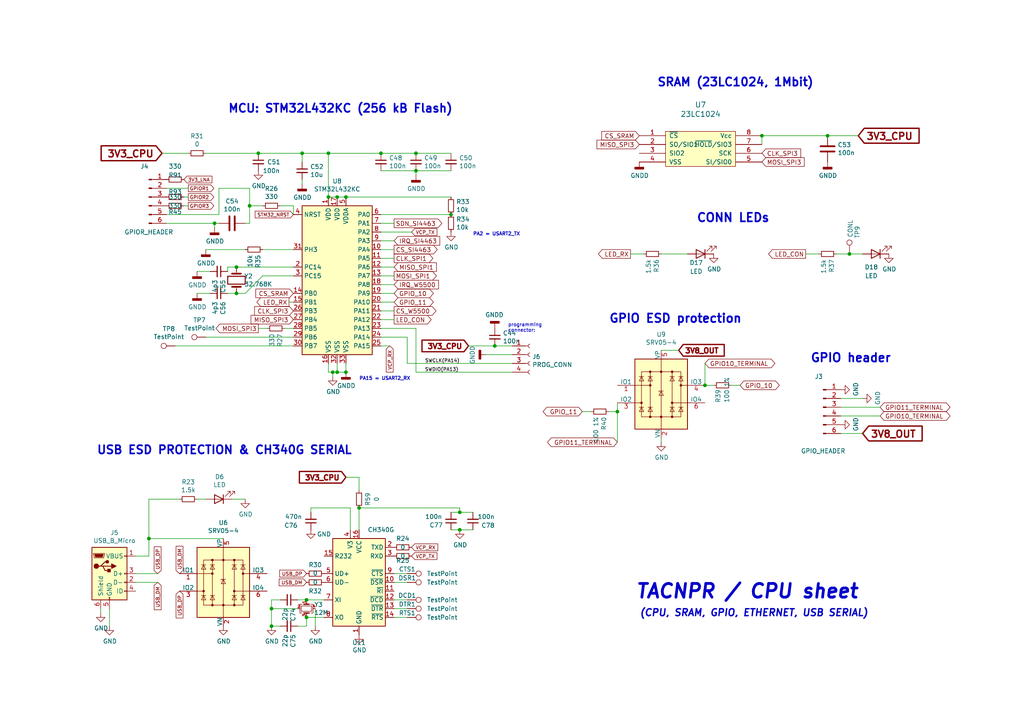
<source format=kicad_sch>
(kicad_sch (version 20231120) (generator "eeschema") (generator_version "8.0")
  (paper "A4")
  (title_block (title "TACNPR (CPU sheet)") (rev "D"))
  (lib_symbols
    (symbol "Connector:Conn_01x04_Female" (pin_names (offset 1.016) hide)
      (property "Reference" "J" (at 0 5.08 0))
      (property "Value" "Conn_01x04_Female" (at 0 -7.62 0))
      (symbol "Conn_01x04_Female_1_1"
        (pin passive line (at -5.08 2.54 0) (length 3.81) (name "Pin_1") (number "1"))
        (pin passive line (at -5.08 0 0) (length 3.81) (name "Pin_2") (number "2"))
        (pin passive line (at -5.08 -2.54 0) (length 3.81) (name "Pin_3") (number "3"))
        (pin passive line (at -5.08 -5.08 0) (length 3.81) (name "Pin_4") (number "4"))
      )
    )
    (symbol "Connector:Conn_01x06_Male" (pin_names (offset 1.016) hide)
      (property "Reference" "J" (at 0 7.62 0))
      (property "Value" "Conn_01x06_Male" (at 0 -10.16 0))
      (symbol "Conn_01x06_Male_1_1"
        (pin passive line (at 5.08 5.08 180) (length 3.81) (name "Pin_1") (number "1"))
        (pin passive line (at 5.08 2.54 180) (length 3.81) (name "Pin_2") (number "2"))
        (pin passive line (at 5.08 0 180) (length 3.81) (name "Pin_3") (number "3"))
        (pin passive line (at 5.08 -2.54 180) (length 3.81) (name "Pin_4") (number "4"))
        (pin passive line (at 5.08 -5.08 180) (length 3.81) (name "Pin_5") (number "5"))
        (pin passive line (at 5.08 -7.62 180) (length 3.81) (name "Pin_6") (number "6"))
      )
    )
    (symbol "Connector:TestPoint" (pin_numbers hide) (pin_names (offset 0.762) hide)
      (property "Reference" "TP" (at 0 6.858 0))
      (property "Value" "TestPoint" (at 0 5.08 0))
      (symbol "TestPoint_1_1"
        (pin passive line (at 0 0 90) (length 2.54) (name "1") (number "1"))
      )
    )
    (symbol "Connector:USB_B_Micro" (pin_names (offset 1.016))
      (property "Reference" "J" (at -5.08 11.43 0))
      (property "Value" "USB_B_Micro" (at -5.08 8.89 0))
      (symbol "USB_B_Micro_1_1"
        (pin power_out line (at 7.62 5.08 180) (length 2.54) (name "VBUS") (number "1"))
        (pin bidirectional line (at 7.62 -2.54 180) (length 2.54) (name "D-") (number "2"))
        (pin bidirectional line (at 7.62 0 180) (length 2.54) (name "D+") (number "3"))
        (pin passive line (at 7.62 -5.08 180) (length 2.54) (name "ID") (number "4"))
        (pin power_out line (at 0 -10.16 90) (length 2.54) (name "GND") (number "5"))
        (pin passive line (at -2.54 -10.16 90) (length 2.54) (name "Shield") (number "6"))
      )
    )
    (symbol "Device:C" (pin_numbers hide) (pin_names (offset 0.254))
      (property "Reference" "C" (at 0.635 2.54 0))
      (property "Value" "C" (at 0.635 -2.54 0))
      (symbol "C_1_1"
        (pin passive line (at 0 3.81 270) (length 2.794) (name "~") (number "1"))
        (pin passive line (at 0 -3.81 90) (length 2.794) (name "~") (number "2"))
      )
    )
    (symbol "Device:C_Small" (pin_numbers hide) (pin_names (offset 0.254) hide)
      (property "Reference" "C" (at 0.254 1.778 0))
      (property "Value" "C_Small" (at 0.254 -2.032 0))
      (symbol "C_Small_1_1"
        (pin passive line (at 0 2.54 270) (length 2.032) (name "~") (number "1"))
        (pin passive line (at 0 -2.54 90) (length 2.032) (name "~") (number "2"))
      )
    )
    (symbol "Device:Crystal" (pin_numbers hide) (pin_names (offset 1.016) hide)
      (property "Reference" "Y" (at 0 3.81 0))
      (property "Value" "Crystal" (at 0 -3.81 0))
      (symbol "Crystal_1_1"
        (pin passive line (at -3.81 0 0) (length 1.27) (name "1") (number "1"))
        (pin passive line (at 3.81 0 180) (length 1.27) (name "2") (number "2"))
      )
    )
    (symbol "Device:Crystal_GND24_Small" (pin_names (offset 1.016) hide)
      (property "Reference" "Y" (at 1.27 4.445 0))
      (property "Value" "Crystal_GND24_Small" (at 1.27 2.54 0))
      (symbol "Crystal_GND24_Small_1_1"
        (pin passive line (at -2.54 0 0) (length 1.27) (name "1") (number "1"))
        (pin passive line (at 0 -2.54 90) (length 0.635) (name "2") (number "2"))
        (pin passive line (at 2.54 0 180) (length 1.27) (name "3") (number "3"))
        (pin passive line (at 0 2.54 270) (length 0.635) (name "4") (number "4"))
      )
    )
    (symbol "Device:LED" (pin_numbers hide) (pin_names (offset 1.016) hide)
      (property "Reference" "D" (at 0 2.54 0))
      (property "Value" "LED" (at 0 -2.54 0))
      (symbol "LED_1_1"
        (pin passive line (at -3.81 0 0) (length 2.54) (name "K") (number "1"))
        (pin passive line (at 3.81 0 180) (length 2.54) (name "A") (number "2"))
      )
    )
    (symbol "Device:R_Small" (pin_numbers hide) (pin_names (offset 0.254) hide)
      (property "Reference" "R" (at 0.762 0.508 0))
      (property "Value" "R_Small" (at 0.762 -1.016 0))
      (symbol "R_Small_1_1"
        (pin passive line (at 0 2.54 270) (length 0.762) (name "~") (number "1"))
        (pin passive line (at 0 -2.54 90) (length 0.762) (name "~") (number "2"))
      )
    )
    (symbol "Interface_USB:CH340G"
      (property "Reference" "U" (at -5.08 13.97 0))
      (property "Value" "CH340G" (at 1.27 13.97 0))
      (symbol "CH340G_1_1"
        (pin power_in line (at 0 -15.24 90) (length 2.54) (name "GND") (number "1"))
        (pin input line (at 10.16 0 180) (length 2.54) (name "~{DSR}") (number "10"))
        (pin input line (at 10.16 -2.54 180) (length 2.54) (name "~{RI}") (number "11"))
        (pin input line (at 10.16 -5.08 180) (length 2.54) (name "~{DCD}") (number "12"))
        (pin output line (at 10.16 -7.62 180) (length 2.54) (name "~{DTR}") (number "13"))
        (pin output line (at 10.16 -10.16 180) (length 2.54) (name "~{RTS}") (number "14"))
        (pin input line (at -10.16 7.62 0) (length 2.54) (name "R232") (number "15"))
        (pin power_in line (at 0 15.24 270) (length 2.54) (name "VCC") (number "16"))
        (pin output line (at 10.16 10.16 180) (length 2.54) (name "TXD") (number "2"))
        (pin input line (at 10.16 7.62 180) (length 2.54) (name "RXD") (number "3"))
        (pin passive line (at -2.54 15.24 270) (length 2.54) (name "V3") (number "4"))
        (pin bidirectional line (at -10.16 2.54 0) (length 2.54) (name "UD+") (number "5"))
        (pin bidirectional line (at -10.16 0 0) (length 2.54) (name "UD-") (number "6"))
        (pin input line (at -10.16 -5.08 0) (length 2.54) (name "XI") (number "7"))
        (pin output line (at -10.16 -10.16 0) (length 2.54) (name "XO") (number "8"))
        (pin input line (at 10.16 2.54 180) (length 2.54) (name "~{CTS}") (number "9"))
      )
    )
    (symbol "MCU_ST_STM32L4:STM32L432KBUx"
      (property "Reference" "U" (at -10.16 21.59 0))
      (property "Value" "STM32L432KBUx" (at 5.08 21.59 0))
      (symbol "STM32L432KBUx_1_1"
        (pin power_in line (at -2.54 22.86 270) (length 2.54) (name "VDD") (number "1"))
        (pin bidirectional line (at 12.7 7.62 180) (length 2.54) (name "PA4") (number "10"))
        (pin bidirectional line (at 12.7 5.08 180) (length 2.54) (name "PA5") (number "11"))
        (pin bidirectional line (at 12.7 2.54 180) (length 2.54) (name "PA6") (number "12"))
        (pin bidirectional line (at 12.7 0 180) (length 2.54) (name "PA7") (number "13"))
        (pin bidirectional line (at -12.7 -5.08 0) (length 2.54) (name "PB0") (number "14"))
        (pin bidirectional line (at -12.7 -7.62 0) (length 2.54) (name "PB1") (number "15"))
        (pin power_in line (at -2.54 -25.4 90) (length 2.54) (name "VSS") (number "16"))
        (pin power_in line (at 0 22.86 270) (length 2.54) (name "VDD") (number "17"))
        (pin bidirectional line (at 12.7 -2.54 180) (length 2.54) (name "PA8") (number "18"))
        (pin bidirectional line (at 12.7 -5.08 180) (length 2.54) (name "PA9") (number "19"))
        (pin bidirectional line (at -12.7 2.54 0) (length 2.54) (name "PC14") (number "2"))
        (pin bidirectional line (at 12.7 -7.62 180) (length 2.54) (name "PA10") (number "20"))
        (pin bidirectional line (at 12.7 -10.16 180) (length 2.54) (name "PA11") (number "21"))
        (pin bidirectional line (at 12.7 -12.7 180) (length 2.54) (name "PA12") (number "22"))
        (pin bidirectional line (at 12.7 -15.24 180) (length 2.54) (name "PA13") (number "23"))
        (pin bidirectional line (at 12.7 -17.78 180) (length 2.54) (name "PA14") (number "24"))
        (pin bidirectional line (at 12.7 -20.32 180) (length 2.54) (name "PA15") (number "25"))
        (pin bidirectional line (at -12.7 -10.16 0) (length 2.54) (name "PB3") (number "26"))
        (pin bidirectional line (at -12.7 -12.7 0) (length 2.54) (name "PB4") (number "27"))
        (pin bidirectional line (at -12.7 -15.24 0) (length 2.54) (name "PB5") (number "28"))
        (pin bidirectional line (at -12.7 -17.78 0) (length 2.54) (name "PB6") (number "29"))
        (pin bidirectional line (at -12.7 0 0) (length 2.54) (name "PC15") (number "3"))
        (pin bidirectional line (at -12.7 -20.32 0) (length 2.54) (name "PB7") (number "30"))
        (pin bidirectional line (at -12.7 7.62 0) (length 2.54) (name "PH3") (number "31"))
        (pin power_in line (at 0 -25.4 90) (length 2.54) (name "VSS") (number "32"))
        (pin power_in line (at 2.54 -25.4 90) (length 2.54) (name "VSS") (number "33"))
        (pin input line (at -12.7 17.78 0) (length 2.54) (name "NRST") (number "4"))
        (pin power_in line (at 2.54 22.86 270) (length 2.54) (name "VDDA") (number "5"))
        (pin bidirectional line (at 12.7 17.78 180) (length 2.54) (name "PA0") (number "6"))
        (pin bidirectional line (at 12.7 15.24 180) (length 2.54) (name "PA1") (number "7"))
        (pin bidirectional line (at 12.7 12.7 180) (length 2.54) (name "PA2") (number "8"))
        (pin bidirectional line (at 12.7 10.16 180) (length 2.54) (name "PA3") (number "9"))
      )
    )
    (symbol "Power_Protection:SRV05-4" (pin_names (offset 0))
      (property "Reference" "U" (at -5.08 11.43 0))
      (property "Value" "SRV05-4" (at 2.54 11.43 0))
      (symbol "SRV05-4_1_1"
        (pin passive line (at -12.7 2.54 0) (length 5.08) (name "IO1") (number "1"))
        (pin passive line (at 0 -12.7 90) (length 2.54) (name "VN") (number "2"))
        (pin passive line (at -12.7 -2.54 0) (length 5.08) (name "IO2") (number "3"))
        (pin passive line (at 12.7 2.54 180) (length 5.08) (name "IO3") (number "4"))
        (pin passive line (at 0 12.7 270) (length 2.54) (name "VP") (number "5"))
        (pin passive line (at 12.7 -2.54 180) (length 5.08) (name "IO4") (number "6"))
      )
    )
    (symbol "npr-parts:23LC1024" (pin_names (offset 1.016))
      (property "Reference" "U" (at 0 6.35 0))
      (property "Value" "23LC1024" (at 0 -6.35 0))
      (symbol "23LC1024_1_1"
        (pin input line (at -17.78 3.81 0) (length 7.62) (name "~{CS}") (number "1"))
        (pin input line (at -17.78 1.27 0) (length 7.62) (name "SO/SIO1") (number "2"))
        (pin input line (at -17.78 -1.27 0) (length 7.62) (name "SIO2") (number "3"))
        (pin input line (at -17.78 -3.81 0) (length 7.62) (name "VSS") (number "4"))
        (pin input line (at 17.78 -3.81 180) (length 7.62) (name "SI/SIO0") (number "5"))
        (pin input line (at 17.78 -1.27 180) (length 7.62) (name "SCK") (number "6"))
        (pin input line (at 17.78 1.27 180) (length 7.62) (name "~{HOLD}/SIO3") (number "7"))
        (pin input line (at 17.78 3.81 180) (length 7.62) (name "Vcc") (number "8"))
      )
    )
    (symbol "power:GND" (power) (pin_names (offset 0))
      (property "Value" "GND" (at 0 -3.81 0))
      (symbol "GND_1_1"
        (pin power_in line (at 0 0 270) (length 0) hide (name "GND") (number "1"))
      )
    )
    (symbol "power:GNDD" (power) (pin_names (offset 0))
      (property "Value" "GNDD" (at 0 -3.175 0))
      (symbol "GNDD_1_1"
        (pin power_in line (at 0 0 270) (length 0) hide (name "GNDD") (number "1"))
      )
    )
  )
  (junction (at 78.74 181.61))
  (junction (at 104.14 147.32))
  (junction (at 133.35 148.59))
  (junction (at 95.25 57.15))
  (junction (at 120.65 44.45))
  (junction (at 133.35 153.67))
  (junction (at 220.98 39.37))
  (junction (at 96.52 107.95))
  (junction (at 88.9 173.99))
  (junction (at 179.07 119.38))
  (junction (at 78.74 176.53))
  (junction (at 74.93 44.45))
  (junction (at 97.79 57.15))
  (junction (at 246.38 73.66))
  (junction (at 130.81 62.23))
  (junction (at 143.51 100.33))
  (junction (at 240.03 39.37))
  (junction (at 100.33 57.15))
  (junction (at 88.9 179.07))
  (junction (at 97.79 107.95))
  (junction (at 87.63 44.45))
  (junction (at 43.18 156.21))
  (junction (at 68.58 85.09))
  (junction (at 95.25 44.45))
  (junction (at 204.47 111.76))
  (junction (at 68.58 77.47))
  (junction (at 120.65 49.53))
  (junction (at 110.49 44.45))
  (junction (at 62.23 64.77))
  (junction (at 72.39 59.69))
  (junction (at 100.33 107.95))
  (wire (pts (xy 88.9 179.07) (xy 88.9 181.61)))
  (wire (pts (xy 39.37 168.91) (xy 45.72 168.91)))
  (wire (pts (xy 39.37 166.37) (xy 45.72 166.37)))
  (wire (pts (xy 114.3 166.37) (xy 118.11 166.37)))
  (wire (pts (xy 77.47 95.25) (xy 74.93 95.25)))
  (wire (pts (xy 110.49 62.23) (xy 130.81 62.23)))
  (wire (pts (xy 110.49 90.17) (xy 114.3 90.17)))
  (wire (pts (xy 104.14 147.32) (xy 104.14 153.67)))
  (wire (pts (xy 76.2 80.01) (xy 71.12 85.09)))
  (wire (pts (xy 95.25 107.95) (xy 96.52 107.95)))
  (wire (pts (xy 57.15 144.78) (xy 59.69 144.78)))
  (wire (pts (xy 91.44 176.53) (xy 91.44 181.61)))
  (wire (pts (xy 53.34 59.69) (xy 54.61 59.69)))
  (wire (pts (xy 43.18 156.21) (xy 43.18 161.29)))
  (wire (pts (xy 110.49 49.53) (xy 120.65 49.53)))
  (wire (pts (xy 72.39 59.69) (xy 76.2 59.69)))
  (wire (pts (xy 88.9 179.07) (xy 93.98 179.07)))
  (wire (pts (xy 130.81 44.45) (xy 120.65 44.45)))
  (wire (pts (xy 120.65 50.8) (xy 120.65 49.53)))
  (wire (pts (xy 97.79 57.15) (xy 100.33 57.15)))
  (wire (pts (xy 78.74 176.53) (xy 86.36 176.53)))
  (wire (pts (xy 64.77 156.21) (xy 43.18 156.21)))
  (wire (pts (xy 62.23 64.77) (xy 63.5 64.77)))
  (wire (pts (xy 66.04 85.09) (xy 68.58 85.09)))
  (wire (pts (xy 133.35 153.67) (xy 130.81 153.67)))
  (wire (pts (xy 82.55 95.25) (xy 85.09 95.25)))
  (wire (pts (xy 243.84 120.65) (xy 255.27 120.65)))
  (wire (pts (xy 120.65 95.25) (xy 120.65 107.95)))
  (wire (pts (xy 110.49 72.39) (xy 114.3 72.39)))
  (wire (pts (xy 87.63 46.99) (xy 87.63 44.45)))
  (wire (pts (xy 66.04 78.74) (xy 66.04 77.47)))
  (wire (pts (xy 29.21 176.53) (xy 29.21 177.8)))
  (wire (pts (xy 148.59 102.87) (xy 140.97 102.87)))
  (wire (pts (xy 240.03 39.37) (xy 220.98 39.37)))
  (wire (pts (xy 243.84 115.57) (xy 250.19 115.57)))
  (wire (pts (xy 59.69 97.79) (xy 85.09 97.79)))
  (wire (pts (xy 114.3 85.09) (xy 110.49 85.09)))
  (wire (pts (xy 62.23 66.04) (xy 62.23 64.77)))
  (wire (pts (xy 95.25 57.15) (xy 97.79 57.15)))
  (wire (pts (xy 120.65 49.53) (xy 130.81 49.53)))
  (wire (pts (xy 179.07 128.27) (xy 179.07 119.38)))
  (wire (pts (xy 48.26 64.77) (xy 62.23 64.77)))
  (wire (pts (xy 137.16 153.67) (xy 133.35 153.67)))
  (wire (pts (xy 63.5 54.61) (xy 72.39 54.61)))
  (wire (pts (xy 90.17 147.32) (xy 90.17 148.59)))
  (wire (pts (xy 78.74 173.99) (xy 78.74 176.53)))
  (wire (pts (xy 48.26 62.23) (xy 63.5 62.23)))
  (wire (pts (xy 110.49 97.79) (xy 118.11 97.79)))
  (wire (pts (xy 176.53 119.38) (xy 179.07 119.38)))
  (wire (pts (xy 43.18 144.78) (xy 43.18 156.21)))
  (wire (pts (xy 81.28 59.69) (xy 85.09 59.69)))
  (wire (pts (xy 110.49 74.93) (xy 114.3 74.93)))
  (wire (pts (xy 93.98 173.99) (xy 88.9 173.99)))
  (wire (pts (xy 97.79 107.95) (xy 100.33 107.95)))
  (wire (pts (xy 246.38 73.66) (xy 250.19 73.66)))
  (wire (pts (xy 204.47 111.76) (xy 204.47 105.41)))
  (wire (pts (xy 72.39 54.61) (xy 72.39 59.69)))
  (wire (pts (xy 95.25 44.45) (xy 95.25 57.15)))
  (wire (pts (xy 110.49 77.47) (xy 114.3 77.47)))
  (wire (pts (xy 95.25 107.95) (xy 95.25 105.41)))
  (wire (pts (xy 72.39 64.77) (xy 72.39 59.69)))
  (wire (pts (xy 100.33 138.43) (xy 104.14 138.43)))
  (wire (pts (xy 85.09 87.63) (xy 83.82 87.63)))
  (wire (pts (xy 248.92 39.37) (xy 240.03 39.37)))
  (wire (pts (xy 88.9 181.61) (xy 86.36 181.61)))
  (wire (pts (xy 118.11 176.53) (xy 114.3 176.53)))
  (wire (pts (xy 148.59 105.41) (xy 118.11 105.41)))
  (wire (pts (xy 101.6 147.32) (xy 90.17 147.32)))
  (wire (pts (xy 76.2 80.01) (xy 85.09 80.01)))
  (wire (pts (xy 168.91 119.38) (xy 171.45 119.38)))
  (wire (pts (xy 31.75 176.53) (xy 31.75 181.61)))
  (wire (pts (xy 85.09 59.69) (xy 85.09 62.23)))
  (wire (pts (xy 220.98 41.91) (xy 220.98 39.37)))
  (wire (pts (xy 118.11 173.99) (xy 114.3 173.99)))
  (wire (pts (xy 110.49 95.25) (xy 120.65 95.25)))
  (wire (pts (xy 46.99 44.45) (xy 54.61 44.45)))
  (wire (pts (xy 76.2 72.39) (xy 85.09 72.39)))
  (wire (pts (xy 66.04 77.47) (xy 68.58 77.47)))
  (wire (pts (xy 57.15 78.74) (xy 60.96 78.74)))
  (wire (pts (xy 137.16 148.59) (xy 133.35 148.59)))
  (wire (pts (xy 133.35 148.59) (xy 130.81 148.59)))
  (wire (pts (xy 242.57 73.66) (xy 246.38 73.66)))
  (wire (pts (xy 50.8 100.33) (xy 85.09 100.33)))
  (wire (pts (xy 133.35 148.59) (xy 133.35 147.32)))
  (wire (pts (xy 81.28 173.99) (xy 78.74 173.99)))
  (wire (pts (xy 148.59 107.95) (xy 120.65 107.95)))
  (wire (pts (xy 212.09 111.76) (xy 214.63 111.76)))
  (wire (pts (xy 100.33 107.95) (xy 100.33 105.41)))
  (wire (pts (xy 191.77 128.27) (xy 191.77 127)))
  (wire (pts (xy 59.69 72.39) (xy 71.12 72.39)))
  (wire (pts (xy 110.49 64.77) (xy 114.3 64.77)))
  (wire (pts (xy 120.65 44.45) (xy 110.49 44.45)))
  (wire (pts (xy 179.07 119.38) (xy 179.07 116.84)))
  (wire (pts (xy 143.51 100.33) (xy 135.89 100.33)))
  (wire (pts (xy 110.49 92.71) (xy 114.3 92.71)))
  (wire (pts (xy 43.18 144.78) (xy 52.07 144.78)))
  (wire (pts (xy 114.3 69.85) (xy 110.49 69.85)))
  (wire (pts (xy 148.59 100.33) (xy 143.51 100.33)))
  (wire (pts (xy 59.69 44.45) (xy 74.93 44.45)))
  (wire (pts (xy 96.52 107.95) (xy 96.52 109.22)))
  (wire (pts (xy 78.74 181.61) (xy 81.28 181.61)))
  (wire (pts (xy 88.9 173.99) (xy 86.36 173.99)))
  (wire (pts (xy 110.49 80.01) (xy 114.3 80.01)))
  (wire (pts (xy 237.49 73.66) (xy 233.68 73.66)))
  (wire (pts (xy 68.58 77.47) (xy 85.09 77.47)))
  (wire (pts (xy 182.88 73.66) (xy 186.69 73.66)))
  (wire (pts (xy 100.33 57.15) (xy 130.81 57.15)))
  (wire (pts (xy 114.3 179.07) (xy 118.11 179.07)))
  (wire (pts (xy 110.49 67.31) (xy 119.38 67.31)))
  (wire (pts (xy 87.63 44.45) (xy 95.25 44.45)))
  (wire (pts (xy 110.49 100.33) (xy 113.03 100.33)))
  (wire (pts (xy 74.93 44.45) (xy 87.63 44.45)))
  (wire (pts (xy 191.77 73.66) (xy 199.39 73.66)))
  (wire (pts (xy 67.31 144.78) (xy 71.12 144.78)))
  (wire (pts (xy 243.84 118.11) (xy 255.27 118.11)))
  (wire (pts (xy 114.3 168.91) (xy 118.11 168.91)))
  (wire (pts (xy 63.5 62.23) (xy 63.5 54.61)))
  (wire (pts (xy 101.6 153.67) (xy 101.6 147.32)))
  (wire (pts (xy 104.14 147.32) (xy 133.35 147.32)))
  (wire (pts (xy 110.49 87.63) (xy 114.3 87.63)))
  (wire (pts (xy 87.63 53.34) (xy 87.63 52.07)))
  (wire (pts (xy 96.52 107.95) (xy 97.79 107.95)))
  (wire (pts (xy 110.49 44.45) (xy 95.25 44.45)))
  (wire (pts (xy 68.58 85.09) (xy 71.12 85.09)))
  (wire (pts (xy 57.15 85.09) (xy 60.96 85.09)))
  (wire (pts (xy 191.77 101.6) (xy 196.85 101.6)))
  (wire (pts (xy 104.14 138.43) (xy 104.14 142.24)))
  (wire (pts (xy 53.34 57.15) (xy 54.61 57.15)))
  (wire (pts (xy 110.49 82.55) (xy 114.3 82.55)))
  (wire (pts (xy 243.84 125.73) (xy 250.19 125.73)))
  (wire (pts (xy 118.11 97.79) (xy 118.11 105.41)))
  (wire (pts (xy 43.18 161.29) (xy 39.37 161.29)))
  (wire (pts (xy 97.79 107.95) (xy 97.79 105.41)))
  (wire (pts (xy 48.26 54.61) (xy 54.61 54.61)))
  (wire (pts (xy 71.12 64.77) (xy 72.39 64.77)))
  (wire (pts (xy 78.74 176.53) (xy 78.74 181.61)))
  (wire (pts (xy 204.47 111.76) (xy 207.01 111.76)))
  (text "GPIO header" (at 234.95 105.41 0) (effects (font (size 2.4638 2.4638) (thickness 0.4928) (bold yes)) (justify left bottom)))
  (text "programming\nconnector:" (at 147.32 96.52 0) (effects (font (size 0.9906 0.9906)) (justify left bottom)))
  (text "TACNPR / CPU sheet\n" (at 184.15 173.99 0) (effects (font (size 3.9878 3.9878) (thickness 0.7976) (bold yes) (italic yes)) (justify left bottom)))
  (text "GPIO ESD protection" (at 176.53 93.98 0) (effects (font (size 2.4638 2.4638) (thickness 0.4928) (bold yes)) (justify left bottom)))
  (text "(CPU, SRAM, GPIO, ETHERNET, USB SERIAL)" (at 185.42 179.07 0) (effects (font (size 2.0066 2.0066) (thickness 0.4013) (bold yes) (italic yes)) (justify left bottom)))
  (text "PA15 = USART2_RX" (at 104.14 110.49 0) (effects (font (size 0.9906 0.9906) (thickness 0.1981) (bold yes)) (justify left bottom)))
  (text "CONN LEDs" (at 201.93 64.77 0) (effects (font (size 2.4638 2.4638) (thickness 0.4928) (bold yes)) (justify left bottom)))
  (text "MCU: STM32L432KC (256 kB Flash)" (at 66.04 33.02 0) (effects (font (size 2.3876 2.3876) (thickness 0.4775) (bold yes)) (justify left bottom)))
  (text "SRAM (23LC1024, 1Mbit)" (at 190.5 25.4 0) (effects (font (size 2.3876 2.3876) (thickness 0.4775) (bold yes)) (justify left bottom)))
  (text "PA2 = USART2_TX" (at 137.16 68.58 0) (effects (font (size 0.9906 0.9906) (thickness 0.1981) (bold yes)) (justify left bottom)))
  (text "USB ESD PROTECTION & CH340G SERIAL" (at 27.94 132.08 0) (effects (font (size 2.3876 2.3876) (thickness 0.4775) (bold yes)) (justify left bottom)))
  (label "SWDIO(PA13)" (at 123.19 107.95 0) (effects (font (size 0.9906 0.9906))))
  (label "SWCLK(PA14)" (at 133.35 105.41 180) (effects (font (size 0.9906 0.9906))))
  (global_label "USB_DM" (shape input) (at 45.72 168.91 270) (effects (font (size 1.016 1.016))) (property "Intersheetrefs" "${INTERSHEET_REFS}" (effects (hide yes))))
  (global_label "LED_RX" (shape output) (at 83.82 87.63 180) (property "Intersheetrefs" "${INTERSHEET_REFS}" (effects (hide yes))))
  (global_label "CLK_SPI3" (shape input) (at 220.98 44.45 0) (property "Intersheetrefs" "${INTERSHEET_REFS}" (effects (hide yes))))
  (global_label "GPIOR1" (shape output) (at 54.61 54.61 0) (effects (font (size 1.0038 1.0038))) (property "Intersheetrefs" "${INTERSHEET_REFS}" (effects (hide yes))))
  (global_label "GPIO_11" (shape bidirectional) (at 168.91 119.38 180) (property "Intersheetrefs" "${INTERSHEET_REFS}" (effects (hide yes))))
  (global_label "USB_DP" (shape input) (at 52.07 171.45 270) (effects (font (size 1.016 1.016))) (property "Intersheetrefs" "${INTERSHEET_REFS}" (effects (hide yes))))
  (global_label "VCP_RX" (shape input) (at 113.03 100.33 270) (effects (font (size 1.016 1.016))) (property "Intersheetrefs" "${INTERSHEET_REFS}" (effects (hide yes))))
  (global_label "USB_DM" (shape input) (at 88.9 168.91 180) (effects (font (size 1.016 1.016))) (property "Intersheetrefs" "${INTERSHEET_REFS}" (effects (hide yes))))
  (global_label "CS_SI4463" (shape output) (at 114.3 72.39 0) (property "Intersheetrefs" "${INTERSHEET_REFS}" (effects (hide yes))))
  (global_label "3V3_CPU" (shape input) (at 248.92 39.37 0) (effects (font (size 2.0066 2.0066) (thickness 0.4013) (bold yes))) (property "Intersheetrefs" "${INTERSHEET_REFS}" (effects (hide yes))))
  (global_label "MOSI_SPI1" (shape output) (at 114.3 80.01 0) (property "Intersheetrefs" "${INTERSHEET_REFS}" (effects (hide yes))))
  (global_label "GPIO11_TERMINAL" (shape bidirectional) (at 179.07 128.27 180) (property "Intersheetrefs" "${INTERSHEET_REFS}" (effects (hide yes))))
  (global_label "VCP_RX" (shape input) (at 119.38 158.75 0) (effects (font (size 1.016 1.016))) (property "Intersheetrefs" "${INTERSHEET_REFS}" (effects (hide yes))))
  (global_label "GPIO_11" (shape bidirectional) (at 114.3 87.63 0) (property "Intersheetrefs" "${INTERSHEET_REFS}" (effects (hide yes))))
  (global_label "IRQ_SI4463" (shape input) (at 114.3 69.85 0) (property "Intersheetrefs" "${INTERSHEET_REFS}" (effects (hide yes))))
  (global_label "MISO_SPI1" (shape input) (at 114.3 77.47 0) (property "Intersheetrefs" "${INTERSHEET_REFS}" (effects (hide yes))))
  (global_label "USB_DP" (shape input) (at 88.9 166.37 180) (effects (font (size 1.016 1.016))) (property "Intersheetrefs" "${INTERSHEET_REFS}" (effects (hide yes))))
  (global_label "VCP_TX" (shape input) (at 119.38 67.31 0) (effects (font (size 1.016 1.016))) (property "Intersheetrefs" "${INTERSHEET_REFS}" (effects (hide yes))))
  (global_label "CS_SRAM" (shape input) (at 185.42 39.37 180) (property "Intersheetrefs" "${INTERSHEET_REFS}" (effects (hide yes))))
  (global_label "GPIO_10" (shape bidirectional) (at 114.3 85.09 0) (property "Intersheetrefs" "${INTERSHEET_REFS}" (effects (hide yes))))
  (global_label "GPIO11_TERMINAL" (shape bidirectional) (at 255.27 118.11 0) (property "Intersheetrefs" "${INTERSHEET_REFS}" (effects (hide yes))))
  (global_label "CLK_SPI3" (shape input) (at 85.09 90.17 180) (property "Intersheetrefs" "${INTERSHEET_REFS}" (effects (hide yes))))
  (global_label "MOSI_SPI3" (shape output) (at 74.93 95.25 180) (property "Intersheetrefs" "${INTERSHEET_REFS}" (effects (hide yes))))
  (global_label "GPIOR2" (shape output) (at 54.61 57.15 0) (effects (font (size 1.0038 1.0038))) (property "Intersheetrefs" "${INTERSHEET_REFS}" (effects (hide yes))))
  (global_label "GPIO10_TERMINAL" (shape bidirectional) (at 204.47 105.41 0) (property "Intersheetrefs" "${INTERSHEET_REFS}" (effects (hide yes))))
  (global_label "3V3_LNA" (shape input) (at 53.34 52.07 0) (effects (font (size 1 1))) (property "Intersheetrefs" "${INTERSHEET_REFS}" (effects (hide yes))))
  (global_label "GPIO10_TERMINAL" (shape bidirectional) (at 255.27 120.65 0) (property "Intersheetrefs" "${INTERSHEET_REFS}" (effects (hide yes))))
  (global_label "USB_DM" (shape input) (at 52.07 166.37 90) (effects (font (size 1.016 1.016))) (property "Intersheetrefs" "${INTERSHEET_REFS}" (effects (hide yes))))
  (global_label "MISO_SPI3" (shape input) (at 185.42 41.91 180) (property "Intersheetrefs" "${INTERSHEET_REFS}" (effects (hide yes))))
  (global_label "LED_CON" (shape output) (at 233.68 73.66 180) (property "Intersheetrefs" "${INTERSHEET_REFS}" (effects (hide yes))))
  (global_label "GPIO_10" (shape bidirectional) (at 214.63 111.76 0) (property "Intersheetrefs" "${INTERSHEET_REFS}" (effects (hide yes))))
  (global_label "VCP_TX" (shape input) (at 119.38 161.29 0) (effects (font (size 1.016 1.016))) (property "Intersheetrefs" "${INTERSHEET_REFS}" (effects (hide yes))))
  (global_label "CLK_SPI1" (shape output) (at 114.3 74.93 0) (property "Intersheetrefs" "${INTERSHEET_REFS}" (effects (hide yes))))
  (global_label "MOSI_SPI3" (shape input) (at 220.98 46.99 0) (property "Intersheetrefs" "${INTERSHEET_REFS}" (effects (hide yes))))
  (global_label "SDN_SI4463" (shape output) (at 114.3 64.77 0) (property "Intersheetrefs" "${INTERSHEET_REFS}" (effects (hide yes))))
  (global_label "LED_RX" (shape output) (at 182.88 73.66 180) (property "Intersheetrefs" "${INTERSHEET_REFS}" (effects (hide yes))))
  (global_label "3V8_OUT" (shape input) (at 250.19 125.73 0) (effects (font (size 2.0066 2.0066) (thickness 0.4013) (bold yes))) (property "Intersheetrefs" "${INTERSHEET_REFS}" (effects (hide yes))))
  (global_label "3V3_CPU" (shape input) (at 46.99 44.45 180) (effects (font (size 2.0066 2.0066) (thickness 0.4013) (bold yes))) (property "Intersheetrefs" "${INTERSHEET_REFS}" (effects (hide yes))))
  (global_label "MISO_SPI3" (shape input) (at 85.09 92.71 180) (property "Intersheetrefs" "${INTERSHEET_REFS}" (effects (hide yes))))
  (global_label "3V3_CPU" (shape input) (at 100.33 138.43 180) (effects (font (size 1.5 1.5) (thickness 0.4013) (bold yes))) (property "Intersheetrefs" "${INTERSHEET_REFS}" (effects (hide yes))))
  (global_label "CS_SRAM" (shape input) (at 85.09 85.09 180) (property "Intersheetrefs" "${INTERSHEET_REFS}" (effects (hide yes))))
  (global_label "CS_W5500" (shape output) (at 114.3 90.17 0) (property "Intersheetrefs" "${INTERSHEET_REFS}" (effects (hide yes))))
  (global_label "LED_CON" (shape output) (at 114.3 92.71 0) (property "Intersheetrefs" "${INTERSHEET_REFS}" (effects (hide yes))))
  (global_label "IRQ_W5500" (shape input) (at 114.3 82.55 0) (property "Intersheetrefs" "${INTERSHEET_REFS}" (effects (hide yes))))
  (global_label "3V8_OUT" (shape input) (at 196.85 101.6 0) (effects (font (size 1.5 1.5) (thickness 0.4013) (bold yes))) (property "Intersheetrefs" "${INTERSHEET_REFS}" (effects (hide yes))))
  (global_label "STM32_NRST" (shape input) (at 85.09 62.23 180) (effects (font (size 0.9906 0.9906))) (property "Intersheetrefs" "${INTERSHEET_REFS}" (effects (hide yes))))
  (global_label "3V3_CPU" (shape input) (at 135.89 100.33 180) (effects (font (size 1.5 1.5) (thickness 0.4013) (bold yes))) (property "Intersheetrefs" "${INTERSHEET_REFS}" (effects (hide yes))))
  (global_label "USB_DP" (shape input) (at 45.72 166.37 90) (effects (font (size 1.016 1.016))) (property "Intersheetrefs" "${INTERSHEET_REFS}" (effects (hide yes))))
  (global_label "GPIOR3" (shape output) (at 54.61 59.69 0) (effects (font (size 1.0038 1.0038))) (property "Intersheetrefs" "${INTERSHEET_REFS}" (effects (hide yes))))
  (symbol (lib_id "Device:C_Small") (at 63.5 78.74 270) (unit 1)
    (property "Reference" "C55" (at 64.6684 81.0768 0) (effects (justify left)))
    (property "Value" "4p3" (at 62.357 81.0768 0) (effects (justify left)))
    (property "Footprint" "Capacitor_SMD:C_0603_1608Metric" (effects (hide yes)))
    (property "LCSC" "C519108" (effects (hide yes)))
  )
  (symbol (lib_id "Device:C_Small") (at 63.5 85.09 270) (unit 1)
    (property "Reference" "C56" (at 64.6684 87.4268 0) (effects (justify left)))
    (property "Value" "4p3" (at 62.357 87.4268 0) (effects (justify left)))
    (property "Footprint" "Capacitor_SMD:C_0603_1608Metric" (effects (hide yes)))
    (property "LCSC" "C519108" (effects (hide yes)))
  )
  (symbol (lib_id "power:GNDD") (at 57.15 85.09 0) (unit 1)
    (property "Reference" "#PWR069" (effects (hide yes)))
    (property "Value" "GNDD" (at 57.2516 89.027 0))
  )
  (symbol (lib_id "power:GNDD") (at 57.15 78.74 0) (unit 1)
    (property "Reference" "#PWR068" (effects (hide yes)))
    (property "Value" "GNDD" (at 57.2516 82.677 0))
  )
  (symbol (lib_id "Device:Crystal") (at 68.58 81.28 270) (unit 1)
    (property "Reference" "Y2" (at 70.8152 80.1116 90) (effects (justify left)))
    (property "Value" "32.768K" (at 70.8152 82.423 90) (effects (justify left)))
    (property "Footprint" "Crystal:Crystal_SMD_3215-2Pin_3.2x1.5mm" (effects (hide yes)))
    (property "LCSC" "C32346" (effects (hide yes)))
  )
  (symbol (lib_id "Device:R_Small") (at 73.66 72.39 270) (unit 1)
    (property "Reference" "R35" (at 74.8284 73.8886 0) (effects (justify left)))
    (property "Value" "10k" (at 72.517 73.8886 0) (effects (justify left)))
    (property "Footprint" "Resistor_SMD:R_0603_1608Metric" (effects (hide yes)))
    (property "LCSC" "C25804" (effects (hide yes)))
  )
  (symbol (lib_id "npr-parts:23LC1024") (at 203.2 43.18 0) (unit 1)
    (property "Reference" "U7" (at 203.2 30.4038 0) (effects (font (size 1.524 1.524))))
    (property "Value" "23LC1024" (at 203.2 33.0962 0) (effects (font (size 1.524 1.524))))
    (property "Footprint" "Package_SO:SOIC-8_3.9x4.9mm_P1.27mm" (effects (hide yes)))
  )
  (symbol (lib_id "Device:C_Small") (at 110.49 46.99 0) (unit 1)
    (property "Reference" "C48" (at 112.8268 45.8216 0) (effects (justify left)))
    (property "Value" "100n" (at 112.8268 48.133 0) (effects (justify left)))
    (property "Footprint" "Capacitor_SMD:C_0603_1608Metric" (effects (hide yes)))
    (property "LCSC" "C14663" (effects (hide yes)))
  )
  (symbol (lib_id "Device:C_Small") (at 120.65 46.99 0) (unit 1)
    (property "Reference" "C49" (at 122.9868 45.8216 0) (effects (justify left)))
    (property "Value" "100n" (at 122.9868 48.133 0) (effects (justify left)))
    (property "Footprint" "Capacitor_SMD:C_0603_1608Metric" (effects (hide yes)))
    (property "LCSC" "C14663" (effects (hide yes)))
  )
  (symbol (lib_id "Device:C_Small") (at 130.81 46.99 0) (unit 1)
    (property "Reference" "C50" (at 133.1468 45.8216 0) (effects (justify left)))
    (property "Value" "100n" (at 133.1468 48.133 0) (effects (justify left)))
    (property "Footprint" "Capacitor_SMD:C_0603_1608Metric" (effects (hide yes)))
    (property "LCSC" "C14663" (effects (hide yes)))
  )
  (symbol (lib_id "power:GNDD") (at 120.65 50.8 0) (unit 1)
    (property "Reference" "#PWR058" (effects (hide yes)))
    (property "Value" "GNDD" (at 120.7516 54.737 0))
  )
  (symbol (lib_id "power:GNDD") (at 59.69 72.39 0) (unit 1)
    (property "Reference" "#PWR067" (effects (hide yes)))
    (property "Value" "GNDD" (at 59.7916 76.327 0))
  )
  (symbol (lib_id "Device:C_Small") (at 87.63 49.53 0) (unit 1)
    (property "Reference" "C52" (at 89.9668 48.3616 0) (effects (justify left)))
    (property "Value" "10u" (at 89.9668 50.673 0) (effects (justify left)))
    (property "Footprint" "Capacitor_SMD:C_1206_3216Metric" (effects (hide yes)))
    (property "LCSC" "C13585" (effects (hide yes)))
  )
  (symbol (lib_id "power:GNDD") (at 87.63 53.34 0) (unit 1)
    (property "Reference" "#PWR060" (effects (hide yes)))
    (property "Value" "GNDD" (at 87.7316 57.277 0))
  )
  (symbol (lib_id "power:GNDD") (at 140.97 102.87 270) (unit 1)
    (property "Reference" "#PWR073" (effects (hide yes)))
    (property "Value" "GNDD" (at 137.033 102.9716 0))
  )
  (symbol (lib_id "Connector:TestPoint") (at 59.69 97.79 90) (unit 1)
    (property "Reference" "TP7" (at 57.8612 92.837 90))
    (property "Value" "TestPoint" (at 57.8612 95.1484 90))
    (property "Footprint" "TestPoint:TestPoint_Pad_D1.5mm" (effects (hide yes)))
    (property "DNP" "TRUE" (effects (hide yes)))
  )
  (symbol (lib_id "Connector:TestPoint") (at 50.8 100.33 90) (unit 1)
    (property "Reference" "TP8" (at 48.9712 95.377 90))
    (property "Value" "TestPoint" (at 48.9712 97.6884 90))
    (property "Footprint" "TestPoint:TestPoint_Pad_D1.5mm" (effects (hide yes)))
    (property "DNP" "TRUE" (effects (hide yes)))
  )
  (symbol (lib_id "Power_Protection:SRV05-4") (at 64.77 168.91 0) (unit 1)
    (property "Reference" "U6" (at 64.77 151.6126 0))
    (property "Value" "SRV05-4" (at 64.77 153.924 0))
    (property "Footprint" "Package_TO_SOT_SMD:SOT-23-6" (effects (hide yes)))
    (property "Datasheet" "http://www.onsemi.com/pub/Collateral/SRV05-4-D.PDF" (effects (hide yes)))
    (property "LCSC" "C85364" (effects (hide yes)))
  )
  (symbol (lib_id "power:GND") (at 78.74 181.61 0) (unit 1)
    (property "Reference" "#PWR0121" (effects (hide yes)))
    (property "Value" "GND" (at 78.867 186.0042 0))
  )
  (symbol (lib_id "Connector:Conn_01x04_Female") (at 153.67 102.87 0) (unit 1)
    (property "Reference" "J6" (at 154.3812 103.4796 0) (effects (justify left)))
    (property "Value" "PROG_CONN" (at 154.3812 105.791 0) (effects (justify left)))
    (property "Footprint" "Connector_PinSocket_2.54mm:PinSocket_1x04_P2.54mm_Vertical" (effects (hide yes)))
    (property "LCSC" "C124413" (effects (hide yes)))
  )
  (symbol (lib_id "Device:C_Small") (at 90.17 151.13 180) (unit 1)
    (property "Reference" "C76" (at 86.36 152.4 0) (effects (justify left)))
    (property "Value" "470n" (at 87.63 149.86 0) (effects (justify left)))
    (property "Footprint" "Capacitor_SMD:C_0805_2012Metric" (effects (hide yes)))
    (property "LCSC" "C13967" (effects (hide yes)))
  )
  (symbol (lib_id "power:GND") (at 90.17 153.67 0) (unit 1)
    (property "Reference" "#PWR0122" (effects (hide yes)))
    (property "Value" "GND" (at 93.98 154.94 0))
  )
  (symbol (lib_id "Device:C_Small") (at 130.81 151.13 180) (unit 1)
    (property "Reference" "C77" (at 128.4732 152.2984 0) (effects (justify left)))
    (property "Value" "100n" (at 128.27 149.86 0) (effects (justify left)))
    (property "Footprint" "Capacitor_SMD:C_0603_1608Metric" (effects (hide yes)))
    (property "LCSC" "C14663" (effects (hide yes)))
  )
  (symbol (lib_id "Device:C_Small") (at 137.16 151.13 180) (unit 1)
    (property "Reference" "C78" (at 143.51 152.4 0) (effects (justify left)))
    (property "Value" "100n" (at 143.51 149.86 0) (effects (justify left)))
    (property "Footprint" "Capacitor_SMD:C_0603_1608Metric" (effects (hide yes)))
    (property "LCSC" "C14663" (effects (hide yes)))
  )
  (symbol (lib_id "power:GND") (at 133.35 153.67 0) (unit 1)
    (property "Reference" "#PWR0123" (effects (hide yes)))
    (property "Value" "GND" (at 133.477 158.0642 0))
  )
  (symbol (lib_id "Interface_USB:CH340G") (at 104.14 168.91 0) (unit 1)
    (property "Reference" "U11" (at 104.14 186.4106 0))
    (property "Value" "CH340G" (at 110.49 153.67 0))
    (property "Footprint" "Package_SO:SOIC-16_3.9x9.9mm_P1.27mm" (effects (hide yes)))
    (property "Datasheet" "http://www.datasheet5.com/pdf-local-2195953" (effects (hide yes)))
    (property "LCSC" "C14267" (effects (hide yes)))
  )
  (symbol (lib_id "Device:R_Small") (at 91.44 166.37 270) (unit 1)
    (property "Reference" "R30" (at 91.44 163.83 90))
    (property "Value" "0" (at 91.44 168.91 90))
    (property "Footprint" "Resistor_SMD:R_0805_2012Metric" (effects (hide yes)))
    (property "LCSC" "C17477" (effects (hide yes)))
  )
  (symbol (lib_id "Connector:USB_B_Micro") (at 31.75 166.37 0) (unit 1)
    (property "Reference" "J5" (at 33.1978 154.5082 0))
    (property "Value" "USB_B_Micro" (at 33.1978 156.8196 0))
    (property "Footprint" "Connector_USB:USB_Micro-B_Amphenol_10118194_Horizontal" (effects (hide yes)))
    (property "LCSC" "C132563" (effects (hide yes)))
  )
  (symbol (lib_id "Device:R_Small") (at 91.44 168.91 270) (unit 1)
    (property "Reference" "R32" (at 91.44 171.45 90))
    (property "Value" "0" (at 91.44 166.243 90))
    (property "Footprint" "Resistor_SMD:R_0805_2012Metric" (effects (hide yes)))
    (property "LCSC" "C17477" (effects (hide yes)))
  )
  (symbol (lib_id "power:GND") (at 104.14 184.15 0) (unit 1)
    (property "Reference" "#PWR0118" (effects (hide yes)))
    (property "Value" "GND" (at 104.267 188.5442 0))
  )
  (symbol (lib_id "power:GND") (at 64.77 181.61 0) (unit 1)
    (property "Reference" "#PWR0119" (effects (hide yes)))
    (property "Value" "GND" (at 64.897 186.0042 0))
  )
  (symbol (lib_id "power:GND") (at 31.75 181.61 0) (unit 1)
    (property "Reference" "#PWR0120" (effects (hide yes)))
    (property "Value" "GND" (at 31.877 186.0042 0))
  )
  (symbol (lib_id "Device:Crystal_GND24_Small") (at 88.9 176.53 270) (unit 1)
    (property "Reference" "Y3" (at 91.1352 175.3616 90) (effects (justify left)))
    (property "Value" "12M" (at 91.1352 177.673 90) (effects (justify left)))
    (property "Footprint" "Crystal:Crystal_SMD_SeikoEpson_TSX3225-4Pin_3.2x2.5mm" (effects (hide yes)))
    (property "Datasheet" "https://datasheet.lcsc.com/lcsc/2103291203_Yangxing-Tech-X322512MSB4SI_C9002.pdf," (effects (hide yes)))
    (property "LCSC" "C9002" (effects (hide yes)))
  )
  (symbol (lib_id "Device:C_Small") (at 83.82 173.99 270) (unit 1)
    (property "Reference" "C74" (at 84.9884 176.3268 0) (effects (justify left)))
    (property "Value" "22p" (at 82.677 176.3268 0) (effects (justify left)))
    (property "Footprint" "Capacitor_SMD:C_1206_3216Metric" (effects (hide yes)))
    (property "LCSC" "C313096" (effects (hide yes)))
  )
  (symbol (lib_id "Device:C_Small") (at 83.82 181.61 270) (unit 1)
    (property "Reference" "C75" (at 84.9884 183.9468 0) (effects (justify left)))
    (property "Value" "22p" (at 82.677 183.9468 0) (effects (justify left)))
    (property "Footprint" "Capacitor_SMD:C_1206_3216Metric" (effects (hide yes)))
    (property "LCSC" "C313096" (effects (hide yes)))
  )
  (symbol (lib_id "Device:R_Small") (at 209.55 111.76 90) (unit 1)
    (property "Reference" "R39" (at 208.28 116.84 0) (effects (justify left)))
    (property "Value" "100 1%" (at 210.82 116.84 0) (effects (justify left)))
    (property "Footprint" "Resistor_SMD:R_0603_1608Metric" (effects (hide yes)))
    (property "LCSC" "C22775" (effects (hide yes)))
  )
  (symbol (lib_id "Device:R_Small") (at 173.99 119.38 270) (unit 1)
    (property "Reference" "R40" (at 175.1584 120.8786 0) (effects (justify left)))
    (property "Value" "100 1%" (at 172.847 120.8786 0) (effects (justify left)))
    (property "Footprint" "Resistor_SMD:R_0603_1608Metric" (effects (hide yes)))
    (property "LCSC" "C22775" (effects (hide yes)))
  )
  (symbol (lib_id "Power_Protection:SRV05-4") (at 191.77 114.3 0) (unit 1)
    (property "Reference" "U9" (at 191.77 97.0026 0))
    (property "Value" "SRV05-4" (at 191.77 99.314 0))
    (property "Footprint" "Package_TO_SOT_SMD:SOT-23-6" (effects (hide yes)))
    (property "Datasheet" "http://www.onsemi.com/pub/Collateral/SRV05-4-D.PDF" (effects (hide yes)))
    (property "LCSC" "C85364" (effects (hide yes)))
  )
  (symbol (lib_id "power:GND") (at 191.77 128.27 0) (unit 1)
    (property "Reference" "#PWR077" (effects (hide yes)))
    (property "Value" "GND" (at 191.897 132.6642 0))
  )
  (symbol (lib_id "power:GND") (at 96.52 109.22 0) (unit 1)
    (property "Reference" "#PWR076" (effects (hide yes)))
    (property "Value" "GND" (at 96.647 113.6142 0))
  )
  (symbol (lib_id "Device:C") (at 67.31 64.77 90) (unit 1)
    (property "Reference" "C54" (at 67.31 58.3692 90))
    (property "Value" "100n" (at 67.31 60.6806 90))
    (property "Footprint" "Capacitor_SMD:C_0603_1608Metric" (effects (hide yes)))
    (property "LCSC" "C14663" (effects (hide yes)))
  )
  (symbol (lib_id "power:GNDD") (at 62.23 66.04 0) (unit 1)
    (property "Reference" "#PWR065" (effects (hide yes)))
    (property "Value" "GNDD" (at 62.3316 69.977 0))
  )
  (symbol (lib_id "Device:R_Small") (at 130.81 64.77 0) (unit 1)
    (property "Reference" "R34" (at 132.3086 63.6016 0) (effects (justify left)))
    (property "Value" "10k" (at 132.3086 65.913 0) (effects (justify left)))
    (property "Footprint" "Resistor_SMD:R_0603_1608Metric" (effects (hide yes)))
    (property "LCSC" "C25804" (effects (hide yes)))
  )
  (symbol (lib_id "Device:R_Small") (at 130.81 59.69 0) (unit 1)
    (property "Reference" "R33" (at 132.3086 58.5216 0) (effects (justify left)))
    (property "Value" "10k" (at 132.3086 60.833 0) (effects (justify left)))
    (property "Footprint" "Resistor_SMD:R_0603_1608Metric" (effects (hide yes)))
    (property "LCSC" "C25804" (effects (hide yes)))
  )
  (symbol (lib_id "MCU_ST_STM32L4:STM32L432KBUx") (at 97.79 80.01 0) (unit 1)
    (property "Reference" "U8" (at 97.79 52.5526 0))
    (property "Value" "STM32L432KC" (at 97.79 54.864 0))
    (property "Footprint" "Package_DFN_QFN:QFN-32-1EP_5x5mm_P0.5mm_EP3.45x3.45mm" (effects (hide yes)))
    (property "Datasheet" "http://www.st.com/st-web-ui/static/active/en/resource/technical/document/datasheet/DM00257205.pdf" (effects (hide yes)))
    (property "LCSC" "C1337280" (effects (hide yes)))
  )
  (symbol (lib_id "Device:R_Small") (at 57.15 44.45 270) (unit 1)
    (property "Reference" "R31" (at 57.15 39.4716 90))
    (property "Value" "0" (at 57.15 41.783 90))
    (property "Footprint" "Resistor_SMD:R_0805_2012Metric" (effects (hide yes)))
    (property "LCSC" "C17477" (effects (hide yes)))
  )
  (symbol (lib_id "Device:C_Small") (at 74.93 46.99 0) (unit 1)
    (property "Reference" "C51" (at 77.47 46.99 0) (effects (justify left)))
    (property "Value" "100n" (at 76.2 49.53 0) (effects (justify left)))
    (property "Footprint" "Capacitor_SMD:C_0603_1608Metric" (effects (hide yes)))
    (property "LCSC" "C14663" (effects (hide yes)))
  )
  (symbol (lib_id "power:GNDD") (at 185.42 46.99 0) (unit 1)
    (property "Reference" "#PWR061" (effects (hide yes)))
    (property "Value" "GNDD" (at 185.5216 50.927 0))
  )
  (symbol (lib_id "Device:C") (at 240.03 43.18 0) (unit 1)
    (property "Reference" "C53" (at 242.951 42.0116 0) (effects (justify left)))
    (property "Value" "100n" (at 242.951 44.323 0) (effects (justify left)))
    (property "Footprint" "Capacitor_SMD:C_0603_1608Metric" (effects (hide yes)))
    (property "LCSC" "C14663" (effects (hide yes)))
  )
  (symbol (lib_id "power:GNDD") (at 240.03 46.99 0) (unit 1)
    (property "Reference" "#PWR062" (effects (hide yes)))
    (property "Value" "GNDD" (at 240.1316 50.927 0))
  )
  (symbol (lib_id "Connector:TestPoint") (at 118.11 179.07 270) (unit 1)
    (property "Reference" "RTS1" (at 118.11 177.8 90))
    (property "Value" "TestPoint" (at 128.27 179.07 90))
    (property "Footprint" "TestPoint:TestPoint_Pad_D1.5mm" (effects (hide yes)))
    (property "DNP" "TRUE" (effects (hide yes)))
  )
  (symbol (lib_id "Connector:TestPoint") (at 118.11 176.53 270) (unit 1)
    (property "Reference" "DTR1" (at 118.11 175.26 90))
    (property "Value" "TestPoint" (at 128.27 176.53 90))
    (property "Footprint" "TestPoint:TestPoint_Pad_D1.5mm" (effects (hide yes)))
    (property "DNP" "TRUE" (effects (hide yes)))
  )
  (symbol (lib_id "Connector:TestPoint") (at 118.11 168.91 270) (unit 1)
    (property "Reference" "DSR1" (at 118.11 167.64 90))
    (property "Value" "TestPoint" (at 128.27 168.91 90))
    (property "Footprint" "TestPoint:TestPoint_Pad_D1.5mm" (effects (hide yes)))
    (property "DNP" "TRUE" (effects (hide yes)))
  )
  (symbol (lib_id "Connector:TestPoint") (at 118.11 166.37 270) (unit 1)
    (property "Reference" "CTS1" (at 118.11 165.1 90))
    (property "Value" "TestPoint" (at 128.27 166.37 90))
    (property "Footprint" "TestPoint:TestPoint_Pad_D1.5mm" (effects (hide yes)))
    (property "DNP" "TRUE" (effects (hide yes)))
  )
  (symbol (lib_id "Device:C_Small") (at 143.51 97.79 0) (unit 1)
    (property "Reference" "C44" (at 145.8468 96.6216 0) (effects (justify left)))
    (property "Value" "100n" (at 145.8468 98.933 0) (effects (justify left)))
    (property "Footprint" "Capacitor_SMD:C_0603_1608Metric" (effects (hide yes)))
    (property "LCSC" "C14663" (effects (hide yes)))
  )
  (symbol (lib_id "power:GNDD") (at 143.51 95.25 180) (unit 1)
    (property "Reference" "#PWR0145" (effects (hide yes)))
    (property "Value" "GNDD" (at 143.4084 91.313 0))
  )
  (symbol (lib_id "Connector:TestPoint") (at 118.11 173.99 270) (unit 1)
    (property "Reference" "DCD1" (at 118.11 172.72 90))
    (property "Value" "TestPoint" (at 128.27 173.99 90))
    (property "Footprint" "TestPoint:TestPoint_Pad_D1.5mm" (effects (hide yes)))
    (property "DNP" "TRUE" (effects (hide yes)))
  )
  (symbol (lib_id "Device:R_Small") (at 116.84 158.75 270) (unit 1)
    (property "Reference" "R24" (at 116.84 156.21 90))
    (property "Value" "0" (at 116.84 158.75 90))
    (property "Footprint" "Resistor_SMD:R_0805_2012Metric" (effects (hide yes)))
    (property "LCSC" "C17477" (effects (hide yes)))
  )
  (symbol (lib_id "Device:R_Small") (at 116.84 161.29 270) (unit 1)
    (property "Reference" "R25" (at 116.84 162.56 90))
    (property "Value" "0" (at 116.84 161.29 90))
    (property "Footprint" "Resistor_SMD:R_0805_2012Metric" (effects (hide yes)))
    (property "LCSC" "C17477" (effects (hide yes)))
  )
  (symbol (lib_id "Device:R_Small") (at 54.61 144.78 270) (unit 1)
    (property "Reference" "R23" (at 54.61 139.8016 90))
    (property "Value" "1.5k" (at 54.61 142.113 90))
    (property "Footprint" "Resistor_SMD:R_0603_1608Metric" (effects (hide yes)))
    (property "LCSC" "C118397" (effects (hide yes)))
  )
  (symbol (lib_id "power:GND") (at 71.12 144.78 0) (unit 1)
    (property "Reference" "#PWR0146" (effects (hide yes)))
    (property "Value" "GND" (at 71.247 149.1742 0))
  )
  (symbol (lib_id "Device:LED") (at 63.5 144.78 180) (unit 1)
    (property "Reference" "D6" (at 63.6778 138.303 0))
    (property "Value" "LED" (at 63.6778 140.6144 0))
    (property "Footprint" "LED_SMD:LED_0805_2012Metric" (effects (hide yes)))
    (property "LCSC" "C2297" (effects (hide yes)))
  )
  (symbol (lib_id "power:GND") (at 74.93 49.53 0) (unit 1)
    (property "Reference" "#PWR0149" (effects (hide yes)))
    (property "Value" "GND" (at 75.057 53.9242 0))
  )
  (symbol (lib_id "power:GND") (at 130.81 67.31 0) (unit 1)
    (property "Reference" "#PWR0150" (effects (hide yes)))
    (property "Value" "GND" (at 130.937 71.7042 0))
  )
  (symbol (lib_id "power:GNDD") (at 100.33 107.95 0) (unit 1)
    (property "Reference" "#PWR0151" (effects (hide yes)))
    (property "Value" "GNDD" (at 100.4316 111.887 0))
  )
  (symbol (lib_id "Device:R_Small") (at 78.74 59.69 270) (unit 1)
    (property "Reference" "R26" (at 78.74 54.7116 90))
    (property "Value" "330" (at 78.74 57.023 90))
    (property "Footprint" "Resistor_SMD:R_0603_1608Metric" (effects (hide yes)))
    (property "LCSC" "C23138" (effects (hide yes)))
  )
  (symbol (lib_id "Device:R_Small") (at 80.01 95.25 270) (unit 1)
    (property "Reference" "R27" (at 81.1784 96.7486 0) (effects (justify left)))
    (property "Value" "330" (at 78.867 96.7486 0) (effects (justify left)))
    (property "Footprint" "Resistor_SMD:R_0603_1608Metric" (effects (hide yes)))
    (property "LCSC" "C23138" (effects (hide yes)))
  )
  (symbol (lib_id "Device:R_Small") (at 189.23 73.66 270) (unit 1)
    (property "Reference" "R36" (at 190.3984 75.1586 0) (effects (justify left)))
    (property "Value" "1.5k" (at 188.087 75.1586 0) (effects (justify left)))
    (property "Footprint" "Resistor_SMD:R_0603_1608Metric" (effects (hide yes)))
    (property "LCSC" "C118397" (effects (hide yes)))
  )
  (symbol (lib_id "Device:R_Small") (at 240.03 73.66 270) (unit 1)
    (property "Reference" "R37" (at 241.1984 75.1586 0) (effects (justify left)))
    (property "Value" "1.5k" (at 238.887 75.1586 0) (effects (justify left)))
    (property "Footprint" "Resistor_SMD:R_0603_1608Metric" (effects (hide yes)))
    (property "LCSC" "C118397" (effects (hide yes)))
  )
  (symbol (lib_id "Device:LED") (at 203.2 73.66 180) (unit 1)
    (property "Reference" "D17" (at 201.93 76.2 0))
    (property "Value" "LED" (at 201.93 78.74 0))
    (property "Footprint" "LED_SMD:LED_0805_2012Metric" (effects (hide yes)))
    (property "LCSC" "C2297" (effects (hide yes)))
  )
  (symbol (lib_id "power:GND") (at 207.01 73.66 0) (unit 1)
    (property "Reference" "#PWR0164" (effects (hide yes)))
    (property "Value" "GND" (at 207.137 78.0542 0))
  )
  (symbol (lib_id "Device:LED") (at 254 73.66 180) (unit 1)
    (property "Reference" "D18" (at 252.73 77.47 0))
    (property "Value" "LED" (at 252.73 80.01 0))
    (property "Footprint" "LED_SMD:LED_0805_2012Metric" (effects (hide yes)))
    (property "LCSC" "C2297" (effects (hide yes)))
  )
  (symbol (lib_id "power:GND") (at 257.81 73.66 0) (unit 1)
    (property "Reference" "#PWR0165" (effects (hide yes)))
    (property "Value" "GND" (at 257.937 78.0542 0))
  )
  (symbol (lib_id "Connector:Conn_01x06_Male") (at 238.76 118.11 0) (unit 1)
    (property "Reference" "J3" (at 237.49 109.22 0))
    (property "Value" "GPIO_HEADER" (at 238.76 130.81 0))
    (property "Footprint" "Connector_PinHeader_2.54mm:PinHeader_1x06_P2.54mm_Vertical_SMD_Pin1Left" (effects (hide yes)))
    (property "LCSC" "C5160789" (effects (hide yes)))
  )
  (symbol (lib_id "power:GND") (at 250.19 115.57 90) (unit 1)
    (property "Reference" "#PWR0157" (effects (hide yes)))
    (property "Value" "GND" (at 254.5842 115.443 0))
  )
  (symbol (lib_id "power:GND") (at 243.84 123.19 90) (unit 1)
    (property "Reference" "#PWR0158" (effects (hide yes)))
    (property "Value" "GND" (at 248.2342 123.063 0))
  )
  (symbol (lib_id "Device:R_Small") (at 104.14 144.78 180) (unit 1)
    (property "Reference" "R59" (at 106.68 144.78 90))
    (property "Value" "0" (at 109.22 144.78 90))
    (property "Footprint" "Resistor_SMD:R_0805_2012Metric" (effects (hide yes)))
    (property "LCSC" "C17477" (effects (hide yes)))
  )
  (symbol (lib_id "power:GND") (at 91.44 181.61 0) (unit 1)
    (property "Reference" "#PWR0189" (effects (hide yes)))
    (property "Value" "GND" (at 91.567 186.0042 0))
  )
  (symbol (lib_id "power:GND") (at 29.21 177.8 0) (unit 1)
    (property "Reference" "#PWR0202" (effects (hide yes)))
    (property "Value" "GND" (at 29.337 182.1942 0))
  )
  (symbol (lib_id "Device:R_Small") (at 50.8 59.69 270) (unit 1)
    (property "Reference" "R45" (at 50.8 61.468 90))
    (property "Value" "330" (at 50.8 59.69 90))
    (property "Footprint" "Resistor_SMD:R_0603_1608Metric" (effects (hide yes)))
    (property "LCSC" "C23138" (effects (hide yes)))
  )
  (symbol (lib_id "Device:R_Small") (at 50.8 52.07 270) (unit 1)
    (property "Reference" "R91" (at 50.8 50.8 90))
    (property "Value" "330" (at 50.8 48.26 90))
    (property "Footprint" "Resistor_SMD:R_0603_1608Metric" (effects (hide yes)))
    (property "LCSC" "C23138" (effects (hide yes)))
  )
  (symbol (lib_id "Connector:Conn_01x06_Male") (at 43.18 57.15 0) (unit 1)
    (property "Reference" "J4" (at 41.91 48.26 0))
    (property "Value" "GPIOR_HEADER" (at 43.18 67.31 0))
    (property "Footprint" "Connector_PinHeader_2.54mm:PinHeader_1x06_P2.54mm_Vertical_SMD_Pin1Left" (effects (hide yes)))
    (property "LCSC" "C5160789" (effects (hide yes)))
  )
  (symbol (lib_id "Connector:TestPoint") (at 246.38 73.66 0) (unit 1)
    (property "Reference" "TP9" (at 248.666 67.31 90))
    (property "Value" "CONL" (at 246.634 66.294 90))
    (property "Footprint" "TestPoint:TestPoint_Pad_D1.5mm" (effects (hide yes)))
    (property "DNP" "TRUE" (effects (hide yes)))
  )
  (symbol (lib_id "Device:R_Small") (at 50.8 57.15 270) (unit 1)
    (property "Reference" "R93" (at 50.8 55.626 90))
    (property "Value" "330" (at 50.8 57.15 90))
    (property "Footprint" "Resistor_SMD:R_0603_1608Metric" (effects (hide yes)))
    (property "LCSC" "C23138" (effects (hide yes)))
  )
  (symbol (lib_id "power:GND") (at 243.84 113.03 90) (unit 1)
    (property "Reference" "#PWR0160" (effects (hide yes)))
    (property "Value" "GND" (at 248.2342 112.903 0))
  )
)
</source>
